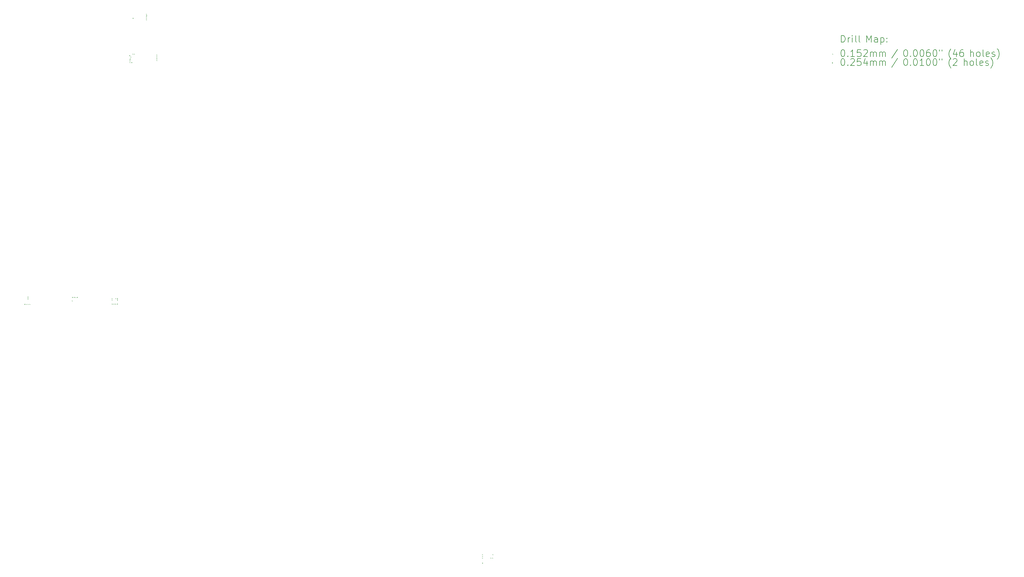
<source format=gbr>
%TF.GenerationSoftware,KiCad,Pcbnew,(7.0.0)*%
%TF.CreationDate,2023-03-06T14:49:50-05:00*%
%TF.ProjectId,FPGAs-Ard_RPi_BB,46504741-732d-4417-9264-5f5250695f42,rev?*%
%TF.SameCoordinates,Original*%
%TF.FileFunction,Drillmap*%
%TF.FilePolarity,Positive*%
%FSLAX45Y45*%
G04 Gerber Fmt 4.5, Leading zero omitted, Abs format (unit mm)*
G04 Created by KiCad (PCBNEW (7.0.0)) date 2023-03-06 14:49:50*
%MOMM*%
%LPD*%
G01*
G04 APERTURE LIST*
%ADD10C,0.200000*%
%ADD11C,0.015240*%
%ADD12C,0.025400*%
G04 APERTURE END LIST*
D10*
D11*
X15590520Y-12804140D02*
X15605760Y-12819380D01*
X15605760Y-12804140D02*
X15590520Y-12819380D01*
X15638780Y-12804140D02*
X15654020Y-12819380D01*
X15654020Y-12804140D02*
X15638780Y-12819380D01*
X15689580Y-12804140D02*
X15704820Y-12819380D01*
X15704820Y-12804140D02*
X15689580Y-12819380D01*
X15740380Y-12804140D02*
X15755620Y-12819380D01*
X15755620Y-12804140D02*
X15740380Y-12819380D01*
X16984980Y-12702540D02*
X17000220Y-12717780D01*
X17000220Y-12702540D02*
X16984980Y-12717780D01*
X16987520Y-12600940D02*
X17002760Y-12616180D01*
X17002760Y-12600940D02*
X16987520Y-12616180D01*
X17038320Y-12600940D02*
X17053560Y-12616180D01*
X17053560Y-12600940D02*
X17038320Y-12616180D01*
X17084040Y-12600940D02*
X17099280Y-12616180D01*
X17099280Y-12600940D02*
X17084040Y-12616180D01*
X17132300Y-12600940D02*
X17147540Y-12616180D01*
X17147540Y-12600940D02*
X17132300Y-12616180D01*
X18150840Y-12636500D02*
X18166080Y-12651740D01*
X18166080Y-12636500D02*
X18150840Y-12651740D01*
X18150840Y-12677140D02*
X18166080Y-12692380D01*
X18166080Y-12677140D02*
X18150840Y-12692380D01*
X18150840Y-12796520D02*
X18166080Y-12811760D01*
X18166080Y-12796520D02*
X18150840Y-12811760D01*
X18188940Y-12796520D02*
X18204180Y-12811760D01*
X18204180Y-12796520D02*
X18188940Y-12811760D01*
X18227040Y-12796520D02*
X18242280Y-12811760D01*
X18242280Y-12796520D02*
X18227040Y-12811760D01*
X18265140Y-12636500D02*
X18280380Y-12651740D01*
X18280380Y-12636500D02*
X18265140Y-12651740D01*
X18265140Y-12796520D02*
X18280380Y-12811760D01*
X18280380Y-12796520D02*
X18265140Y-12811760D01*
X18308320Y-12636500D02*
X18323560Y-12651740D01*
X18323560Y-12636500D02*
X18308320Y-12651740D01*
X18308320Y-12677140D02*
X18323560Y-12692380D01*
X18323560Y-12677140D02*
X18308320Y-12692380D01*
X18308320Y-12796520D02*
X18323560Y-12811760D01*
X18323560Y-12796520D02*
X18308320Y-12811760D01*
X18671540Y-5511800D02*
X18686780Y-5527040D01*
X18686780Y-5511800D02*
X18671540Y-5527040D01*
X18674080Y-5631180D02*
X18689320Y-5646420D01*
X18689320Y-5631180D02*
X18674080Y-5646420D01*
X18674080Y-5669280D02*
X18689320Y-5684520D01*
X18689320Y-5669280D02*
X18674080Y-5684520D01*
X18674080Y-5709920D02*
X18689320Y-5725160D01*
X18689320Y-5709920D02*
X18674080Y-5725160D01*
X18684240Y-5590540D02*
X18699480Y-5605780D01*
X18699480Y-5590540D02*
X18684240Y-5605780D01*
X18699480Y-5552440D02*
X18714720Y-5567680D01*
X18714720Y-5552440D02*
X18699480Y-5567680D01*
X18724880Y-5715000D02*
X18740120Y-5730240D01*
X18740120Y-5715000D02*
X18724880Y-5730240D01*
X18762980Y-5463540D02*
X18778220Y-5478780D01*
X18778220Y-5463540D02*
X18762980Y-5478780D01*
X18765520Y-4417060D02*
X18780760Y-4432300D01*
X18780760Y-4417060D02*
X18765520Y-4432300D01*
X18803620Y-5466080D02*
X18818860Y-5481320D01*
X18818860Y-5466080D02*
X18803620Y-5481320D01*
X19161760Y-4295140D02*
X19177000Y-4310380D01*
X19177000Y-4295140D02*
X19161760Y-4310380D01*
X19161760Y-4376420D02*
X19177000Y-4391660D01*
X19177000Y-4376420D02*
X19161760Y-4391660D01*
X19161760Y-4417060D02*
X19177000Y-4432300D01*
X19177000Y-4417060D02*
X19161760Y-4432300D01*
X19161760Y-4455160D02*
X19177000Y-4470400D01*
X19177000Y-4455160D02*
X19161760Y-4470400D01*
X19164300Y-4338320D02*
X19179540Y-4353560D01*
X19179540Y-4338320D02*
X19164300Y-4353560D01*
X19461480Y-5488940D02*
X19476720Y-5504180D01*
X19476720Y-5488940D02*
X19461480Y-5504180D01*
X19461480Y-5651500D02*
X19476720Y-5666740D01*
X19476720Y-5651500D02*
X19461480Y-5666740D01*
X19464020Y-5532120D02*
X19479260Y-5547360D01*
X19479260Y-5532120D02*
X19464020Y-5547360D01*
X19464020Y-5572760D02*
X19479260Y-5588000D01*
X19479260Y-5572760D02*
X19464020Y-5588000D01*
X19464020Y-5610860D02*
X19479260Y-5626100D01*
X19479260Y-5610860D02*
X19464020Y-5626100D01*
X29014420Y-20198080D02*
X29029660Y-20213320D01*
X29029660Y-20198080D02*
X29014420Y-20213320D01*
X29014420Y-20248880D02*
X29029660Y-20264120D01*
X29029660Y-20248880D02*
X29014420Y-20264120D01*
X29014420Y-20396200D02*
X29029660Y-20411440D01*
X29029660Y-20396200D02*
X29014420Y-20411440D01*
X29016960Y-20147280D02*
X29032200Y-20162520D01*
X29032200Y-20147280D02*
X29016960Y-20162520D01*
X29263340Y-20246340D02*
X29278580Y-20261580D01*
X29278580Y-20246340D02*
X29263340Y-20261580D01*
X29314140Y-20246340D02*
X29329380Y-20261580D01*
X29329380Y-20246340D02*
X29314140Y-20261580D01*
X29316680Y-20144740D02*
X29331920Y-20159980D01*
X29331920Y-20144740D02*
X29316680Y-20159980D01*
D12*
X15709900Y-12608560D02*
G75*
G03*
X15709900Y-12608560I-12700J0D01*
G01*
X15709900Y-12659360D02*
G75*
G03*
X15709900Y-12659360I-12700J0D01*
G01*
D10*
X39547219Y-5127736D02*
X39547219Y-4927736D01*
X39547219Y-4927736D02*
X39594838Y-4927736D01*
X39594838Y-4927736D02*
X39623410Y-4937260D01*
X39623410Y-4937260D02*
X39642457Y-4956308D01*
X39642457Y-4956308D02*
X39651981Y-4975355D01*
X39651981Y-4975355D02*
X39661505Y-5013450D01*
X39661505Y-5013450D02*
X39661505Y-5042022D01*
X39661505Y-5042022D02*
X39651981Y-5080117D01*
X39651981Y-5080117D02*
X39642457Y-5099165D01*
X39642457Y-5099165D02*
X39623410Y-5118212D01*
X39623410Y-5118212D02*
X39594838Y-5127736D01*
X39594838Y-5127736D02*
X39547219Y-5127736D01*
X39747219Y-5127736D02*
X39747219Y-4994403D01*
X39747219Y-5032498D02*
X39756743Y-5013450D01*
X39756743Y-5013450D02*
X39766267Y-5003927D01*
X39766267Y-5003927D02*
X39785314Y-4994403D01*
X39785314Y-4994403D02*
X39804362Y-4994403D01*
X39871029Y-5127736D02*
X39871029Y-4994403D01*
X39871029Y-4927736D02*
X39861505Y-4937260D01*
X39861505Y-4937260D02*
X39871029Y-4946784D01*
X39871029Y-4946784D02*
X39880552Y-4937260D01*
X39880552Y-4937260D02*
X39871029Y-4927736D01*
X39871029Y-4927736D02*
X39871029Y-4946784D01*
X39994838Y-5127736D02*
X39975790Y-5118212D01*
X39975790Y-5118212D02*
X39966267Y-5099165D01*
X39966267Y-5099165D02*
X39966267Y-4927736D01*
X40099600Y-5127736D02*
X40080552Y-5118212D01*
X40080552Y-5118212D02*
X40071029Y-5099165D01*
X40071029Y-5099165D02*
X40071029Y-4927736D01*
X40295790Y-5127736D02*
X40295790Y-4927736D01*
X40295790Y-4927736D02*
X40362457Y-5070593D01*
X40362457Y-5070593D02*
X40429124Y-4927736D01*
X40429124Y-4927736D02*
X40429124Y-5127736D01*
X40610076Y-5127736D02*
X40610076Y-5022974D01*
X40610076Y-5022974D02*
X40600552Y-5003927D01*
X40600552Y-5003927D02*
X40581505Y-4994403D01*
X40581505Y-4994403D02*
X40543409Y-4994403D01*
X40543409Y-4994403D02*
X40524362Y-5003927D01*
X40610076Y-5118212D02*
X40591029Y-5127736D01*
X40591029Y-5127736D02*
X40543409Y-5127736D01*
X40543409Y-5127736D02*
X40524362Y-5118212D01*
X40524362Y-5118212D02*
X40514838Y-5099165D01*
X40514838Y-5099165D02*
X40514838Y-5080117D01*
X40514838Y-5080117D02*
X40524362Y-5061070D01*
X40524362Y-5061070D02*
X40543409Y-5051546D01*
X40543409Y-5051546D02*
X40591029Y-5051546D01*
X40591029Y-5051546D02*
X40610076Y-5042022D01*
X40705314Y-4994403D02*
X40705314Y-5194403D01*
X40705314Y-5003927D02*
X40724362Y-4994403D01*
X40724362Y-4994403D02*
X40762457Y-4994403D01*
X40762457Y-4994403D02*
X40781505Y-5003927D01*
X40781505Y-5003927D02*
X40791029Y-5013450D01*
X40791029Y-5013450D02*
X40800552Y-5032498D01*
X40800552Y-5032498D02*
X40800552Y-5089641D01*
X40800552Y-5089641D02*
X40791029Y-5108689D01*
X40791029Y-5108689D02*
X40781505Y-5118212D01*
X40781505Y-5118212D02*
X40762457Y-5127736D01*
X40762457Y-5127736D02*
X40724362Y-5127736D01*
X40724362Y-5127736D02*
X40705314Y-5118212D01*
X40886267Y-5108689D02*
X40895790Y-5118212D01*
X40895790Y-5118212D02*
X40886267Y-5127736D01*
X40886267Y-5127736D02*
X40876743Y-5118212D01*
X40876743Y-5118212D02*
X40886267Y-5108689D01*
X40886267Y-5108689D02*
X40886267Y-5127736D01*
X40886267Y-5003927D02*
X40895790Y-5013450D01*
X40895790Y-5013450D02*
X40886267Y-5022974D01*
X40886267Y-5022974D02*
X40876743Y-5013450D01*
X40876743Y-5013450D02*
X40886267Y-5003927D01*
X40886267Y-5003927D02*
X40886267Y-5022974D01*
D11*
X39284360Y-5466640D02*
X39299600Y-5481880D01*
X39299600Y-5466640D02*
X39284360Y-5481880D01*
D10*
X39585314Y-5347736D02*
X39604362Y-5347736D01*
X39604362Y-5347736D02*
X39623410Y-5357260D01*
X39623410Y-5357260D02*
X39632933Y-5366784D01*
X39632933Y-5366784D02*
X39642457Y-5385831D01*
X39642457Y-5385831D02*
X39651981Y-5423927D01*
X39651981Y-5423927D02*
X39651981Y-5471546D01*
X39651981Y-5471546D02*
X39642457Y-5509641D01*
X39642457Y-5509641D02*
X39632933Y-5528689D01*
X39632933Y-5528689D02*
X39623410Y-5538212D01*
X39623410Y-5538212D02*
X39604362Y-5547736D01*
X39604362Y-5547736D02*
X39585314Y-5547736D01*
X39585314Y-5547736D02*
X39566267Y-5538212D01*
X39566267Y-5538212D02*
X39556743Y-5528689D01*
X39556743Y-5528689D02*
X39547219Y-5509641D01*
X39547219Y-5509641D02*
X39537695Y-5471546D01*
X39537695Y-5471546D02*
X39537695Y-5423927D01*
X39537695Y-5423927D02*
X39547219Y-5385831D01*
X39547219Y-5385831D02*
X39556743Y-5366784D01*
X39556743Y-5366784D02*
X39566267Y-5357260D01*
X39566267Y-5357260D02*
X39585314Y-5347736D01*
X39737695Y-5528689D02*
X39747219Y-5538212D01*
X39747219Y-5538212D02*
X39737695Y-5547736D01*
X39737695Y-5547736D02*
X39728171Y-5538212D01*
X39728171Y-5538212D02*
X39737695Y-5528689D01*
X39737695Y-5528689D02*
X39737695Y-5547736D01*
X39937695Y-5547736D02*
X39823410Y-5547736D01*
X39880552Y-5547736D02*
X39880552Y-5347736D01*
X39880552Y-5347736D02*
X39861505Y-5376308D01*
X39861505Y-5376308D02*
X39842457Y-5395355D01*
X39842457Y-5395355D02*
X39823410Y-5404879D01*
X40118648Y-5347736D02*
X40023410Y-5347736D01*
X40023410Y-5347736D02*
X40013886Y-5442974D01*
X40013886Y-5442974D02*
X40023410Y-5433450D01*
X40023410Y-5433450D02*
X40042457Y-5423927D01*
X40042457Y-5423927D02*
X40090076Y-5423927D01*
X40090076Y-5423927D02*
X40109124Y-5433450D01*
X40109124Y-5433450D02*
X40118648Y-5442974D01*
X40118648Y-5442974D02*
X40128171Y-5462022D01*
X40128171Y-5462022D02*
X40128171Y-5509641D01*
X40128171Y-5509641D02*
X40118648Y-5528689D01*
X40118648Y-5528689D02*
X40109124Y-5538212D01*
X40109124Y-5538212D02*
X40090076Y-5547736D01*
X40090076Y-5547736D02*
X40042457Y-5547736D01*
X40042457Y-5547736D02*
X40023410Y-5538212D01*
X40023410Y-5538212D02*
X40013886Y-5528689D01*
X40204362Y-5366784D02*
X40213886Y-5357260D01*
X40213886Y-5357260D02*
X40232933Y-5347736D01*
X40232933Y-5347736D02*
X40280552Y-5347736D01*
X40280552Y-5347736D02*
X40299600Y-5357260D01*
X40299600Y-5357260D02*
X40309124Y-5366784D01*
X40309124Y-5366784D02*
X40318648Y-5385831D01*
X40318648Y-5385831D02*
X40318648Y-5404879D01*
X40318648Y-5404879D02*
X40309124Y-5433450D01*
X40309124Y-5433450D02*
X40194838Y-5547736D01*
X40194838Y-5547736D02*
X40318648Y-5547736D01*
X40404362Y-5547736D02*
X40404362Y-5414403D01*
X40404362Y-5433450D02*
X40413886Y-5423927D01*
X40413886Y-5423927D02*
X40432933Y-5414403D01*
X40432933Y-5414403D02*
X40461505Y-5414403D01*
X40461505Y-5414403D02*
X40480552Y-5423927D01*
X40480552Y-5423927D02*
X40490076Y-5442974D01*
X40490076Y-5442974D02*
X40490076Y-5547736D01*
X40490076Y-5442974D02*
X40499600Y-5423927D01*
X40499600Y-5423927D02*
X40518648Y-5414403D01*
X40518648Y-5414403D02*
X40547219Y-5414403D01*
X40547219Y-5414403D02*
X40566267Y-5423927D01*
X40566267Y-5423927D02*
X40575791Y-5442974D01*
X40575791Y-5442974D02*
X40575791Y-5547736D01*
X40671029Y-5547736D02*
X40671029Y-5414403D01*
X40671029Y-5433450D02*
X40680552Y-5423927D01*
X40680552Y-5423927D02*
X40699600Y-5414403D01*
X40699600Y-5414403D02*
X40728172Y-5414403D01*
X40728172Y-5414403D02*
X40747219Y-5423927D01*
X40747219Y-5423927D02*
X40756743Y-5442974D01*
X40756743Y-5442974D02*
X40756743Y-5547736D01*
X40756743Y-5442974D02*
X40766267Y-5423927D01*
X40766267Y-5423927D02*
X40785314Y-5414403D01*
X40785314Y-5414403D02*
X40813886Y-5414403D01*
X40813886Y-5414403D02*
X40832933Y-5423927D01*
X40832933Y-5423927D02*
X40842457Y-5442974D01*
X40842457Y-5442974D02*
X40842457Y-5547736D01*
X41200552Y-5338212D02*
X41029124Y-5595355D01*
X41425314Y-5347736D02*
X41444362Y-5347736D01*
X41444362Y-5347736D02*
X41463410Y-5357260D01*
X41463410Y-5357260D02*
X41472933Y-5366784D01*
X41472933Y-5366784D02*
X41482457Y-5385831D01*
X41482457Y-5385831D02*
X41491981Y-5423927D01*
X41491981Y-5423927D02*
X41491981Y-5471546D01*
X41491981Y-5471546D02*
X41482457Y-5509641D01*
X41482457Y-5509641D02*
X41472933Y-5528689D01*
X41472933Y-5528689D02*
X41463410Y-5538212D01*
X41463410Y-5538212D02*
X41444362Y-5547736D01*
X41444362Y-5547736D02*
X41425314Y-5547736D01*
X41425314Y-5547736D02*
X41406267Y-5538212D01*
X41406267Y-5538212D02*
X41396743Y-5528689D01*
X41396743Y-5528689D02*
X41387219Y-5509641D01*
X41387219Y-5509641D02*
X41377695Y-5471546D01*
X41377695Y-5471546D02*
X41377695Y-5423927D01*
X41377695Y-5423927D02*
X41387219Y-5385831D01*
X41387219Y-5385831D02*
X41396743Y-5366784D01*
X41396743Y-5366784D02*
X41406267Y-5357260D01*
X41406267Y-5357260D02*
X41425314Y-5347736D01*
X41577695Y-5528689D02*
X41587219Y-5538212D01*
X41587219Y-5538212D02*
X41577695Y-5547736D01*
X41577695Y-5547736D02*
X41568172Y-5538212D01*
X41568172Y-5538212D02*
X41577695Y-5528689D01*
X41577695Y-5528689D02*
X41577695Y-5547736D01*
X41711029Y-5347736D02*
X41730076Y-5347736D01*
X41730076Y-5347736D02*
X41749124Y-5357260D01*
X41749124Y-5357260D02*
X41758648Y-5366784D01*
X41758648Y-5366784D02*
X41768172Y-5385831D01*
X41768172Y-5385831D02*
X41777695Y-5423927D01*
X41777695Y-5423927D02*
X41777695Y-5471546D01*
X41777695Y-5471546D02*
X41768172Y-5509641D01*
X41768172Y-5509641D02*
X41758648Y-5528689D01*
X41758648Y-5528689D02*
X41749124Y-5538212D01*
X41749124Y-5538212D02*
X41730076Y-5547736D01*
X41730076Y-5547736D02*
X41711029Y-5547736D01*
X41711029Y-5547736D02*
X41691981Y-5538212D01*
X41691981Y-5538212D02*
X41682457Y-5528689D01*
X41682457Y-5528689D02*
X41672933Y-5509641D01*
X41672933Y-5509641D02*
X41663410Y-5471546D01*
X41663410Y-5471546D02*
X41663410Y-5423927D01*
X41663410Y-5423927D02*
X41672933Y-5385831D01*
X41672933Y-5385831D02*
X41682457Y-5366784D01*
X41682457Y-5366784D02*
X41691981Y-5357260D01*
X41691981Y-5357260D02*
X41711029Y-5347736D01*
X41901505Y-5347736D02*
X41920553Y-5347736D01*
X41920553Y-5347736D02*
X41939600Y-5357260D01*
X41939600Y-5357260D02*
X41949124Y-5366784D01*
X41949124Y-5366784D02*
X41958648Y-5385831D01*
X41958648Y-5385831D02*
X41968172Y-5423927D01*
X41968172Y-5423927D02*
X41968172Y-5471546D01*
X41968172Y-5471546D02*
X41958648Y-5509641D01*
X41958648Y-5509641D02*
X41949124Y-5528689D01*
X41949124Y-5528689D02*
X41939600Y-5538212D01*
X41939600Y-5538212D02*
X41920553Y-5547736D01*
X41920553Y-5547736D02*
X41901505Y-5547736D01*
X41901505Y-5547736D02*
X41882457Y-5538212D01*
X41882457Y-5538212D02*
X41872933Y-5528689D01*
X41872933Y-5528689D02*
X41863410Y-5509641D01*
X41863410Y-5509641D02*
X41853886Y-5471546D01*
X41853886Y-5471546D02*
X41853886Y-5423927D01*
X41853886Y-5423927D02*
X41863410Y-5385831D01*
X41863410Y-5385831D02*
X41872933Y-5366784D01*
X41872933Y-5366784D02*
X41882457Y-5357260D01*
X41882457Y-5357260D02*
X41901505Y-5347736D01*
X42139600Y-5347736D02*
X42101505Y-5347736D01*
X42101505Y-5347736D02*
X42082457Y-5357260D01*
X42082457Y-5357260D02*
X42072933Y-5366784D01*
X42072933Y-5366784D02*
X42053886Y-5395355D01*
X42053886Y-5395355D02*
X42044362Y-5433450D01*
X42044362Y-5433450D02*
X42044362Y-5509641D01*
X42044362Y-5509641D02*
X42053886Y-5528689D01*
X42053886Y-5528689D02*
X42063410Y-5538212D01*
X42063410Y-5538212D02*
X42082457Y-5547736D01*
X42082457Y-5547736D02*
X42120553Y-5547736D01*
X42120553Y-5547736D02*
X42139600Y-5538212D01*
X42139600Y-5538212D02*
X42149124Y-5528689D01*
X42149124Y-5528689D02*
X42158648Y-5509641D01*
X42158648Y-5509641D02*
X42158648Y-5462022D01*
X42158648Y-5462022D02*
X42149124Y-5442974D01*
X42149124Y-5442974D02*
X42139600Y-5433450D01*
X42139600Y-5433450D02*
X42120553Y-5423927D01*
X42120553Y-5423927D02*
X42082457Y-5423927D01*
X42082457Y-5423927D02*
X42063410Y-5433450D01*
X42063410Y-5433450D02*
X42053886Y-5442974D01*
X42053886Y-5442974D02*
X42044362Y-5462022D01*
X42282457Y-5347736D02*
X42301505Y-5347736D01*
X42301505Y-5347736D02*
X42320553Y-5357260D01*
X42320553Y-5357260D02*
X42330076Y-5366784D01*
X42330076Y-5366784D02*
X42339600Y-5385831D01*
X42339600Y-5385831D02*
X42349124Y-5423927D01*
X42349124Y-5423927D02*
X42349124Y-5471546D01*
X42349124Y-5471546D02*
X42339600Y-5509641D01*
X42339600Y-5509641D02*
X42330076Y-5528689D01*
X42330076Y-5528689D02*
X42320553Y-5538212D01*
X42320553Y-5538212D02*
X42301505Y-5547736D01*
X42301505Y-5547736D02*
X42282457Y-5547736D01*
X42282457Y-5547736D02*
X42263410Y-5538212D01*
X42263410Y-5538212D02*
X42253886Y-5528689D01*
X42253886Y-5528689D02*
X42244362Y-5509641D01*
X42244362Y-5509641D02*
X42234838Y-5471546D01*
X42234838Y-5471546D02*
X42234838Y-5423927D01*
X42234838Y-5423927D02*
X42244362Y-5385831D01*
X42244362Y-5385831D02*
X42253886Y-5366784D01*
X42253886Y-5366784D02*
X42263410Y-5357260D01*
X42263410Y-5357260D02*
X42282457Y-5347736D01*
X42425314Y-5347736D02*
X42425314Y-5385831D01*
X42501505Y-5347736D02*
X42501505Y-5385831D01*
X42764362Y-5623927D02*
X42754838Y-5614403D01*
X42754838Y-5614403D02*
X42735791Y-5585831D01*
X42735791Y-5585831D02*
X42726267Y-5566784D01*
X42726267Y-5566784D02*
X42716743Y-5538212D01*
X42716743Y-5538212D02*
X42707219Y-5490593D01*
X42707219Y-5490593D02*
X42707219Y-5452498D01*
X42707219Y-5452498D02*
X42716743Y-5404879D01*
X42716743Y-5404879D02*
X42726267Y-5376308D01*
X42726267Y-5376308D02*
X42735791Y-5357260D01*
X42735791Y-5357260D02*
X42754838Y-5328689D01*
X42754838Y-5328689D02*
X42764362Y-5319165D01*
X42926267Y-5414403D02*
X42926267Y-5547736D01*
X42878648Y-5338212D02*
X42831029Y-5481070D01*
X42831029Y-5481070D02*
X42954838Y-5481070D01*
X43116743Y-5347736D02*
X43078648Y-5347736D01*
X43078648Y-5347736D02*
X43059600Y-5357260D01*
X43059600Y-5357260D02*
X43050076Y-5366784D01*
X43050076Y-5366784D02*
X43031029Y-5395355D01*
X43031029Y-5395355D02*
X43021505Y-5433450D01*
X43021505Y-5433450D02*
X43021505Y-5509641D01*
X43021505Y-5509641D02*
X43031029Y-5528689D01*
X43031029Y-5528689D02*
X43040553Y-5538212D01*
X43040553Y-5538212D02*
X43059600Y-5547736D01*
X43059600Y-5547736D02*
X43097695Y-5547736D01*
X43097695Y-5547736D02*
X43116743Y-5538212D01*
X43116743Y-5538212D02*
X43126267Y-5528689D01*
X43126267Y-5528689D02*
X43135791Y-5509641D01*
X43135791Y-5509641D02*
X43135791Y-5462022D01*
X43135791Y-5462022D02*
X43126267Y-5442974D01*
X43126267Y-5442974D02*
X43116743Y-5433450D01*
X43116743Y-5433450D02*
X43097695Y-5423927D01*
X43097695Y-5423927D02*
X43059600Y-5423927D01*
X43059600Y-5423927D02*
X43040553Y-5433450D01*
X43040553Y-5433450D02*
X43031029Y-5442974D01*
X43031029Y-5442974D02*
X43021505Y-5462022D01*
X43341505Y-5547736D02*
X43341505Y-5347736D01*
X43427219Y-5547736D02*
X43427219Y-5442974D01*
X43427219Y-5442974D02*
X43417695Y-5423927D01*
X43417695Y-5423927D02*
X43398648Y-5414403D01*
X43398648Y-5414403D02*
X43370076Y-5414403D01*
X43370076Y-5414403D02*
X43351029Y-5423927D01*
X43351029Y-5423927D02*
X43341505Y-5433450D01*
X43551029Y-5547736D02*
X43531981Y-5538212D01*
X43531981Y-5538212D02*
X43522457Y-5528689D01*
X43522457Y-5528689D02*
X43512934Y-5509641D01*
X43512934Y-5509641D02*
X43512934Y-5452498D01*
X43512934Y-5452498D02*
X43522457Y-5433450D01*
X43522457Y-5433450D02*
X43531981Y-5423927D01*
X43531981Y-5423927D02*
X43551029Y-5414403D01*
X43551029Y-5414403D02*
X43579600Y-5414403D01*
X43579600Y-5414403D02*
X43598648Y-5423927D01*
X43598648Y-5423927D02*
X43608172Y-5433450D01*
X43608172Y-5433450D02*
X43617695Y-5452498D01*
X43617695Y-5452498D02*
X43617695Y-5509641D01*
X43617695Y-5509641D02*
X43608172Y-5528689D01*
X43608172Y-5528689D02*
X43598648Y-5538212D01*
X43598648Y-5538212D02*
X43579600Y-5547736D01*
X43579600Y-5547736D02*
X43551029Y-5547736D01*
X43731981Y-5547736D02*
X43712934Y-5538212D01*
X43712934Y-5538212D02*
X43703410Y-5519165D01*
X43703410Y-5519165D02*
X43703410Y-5347736D01*
X43884362Y-5538212D02*
X43865315Y-5547736D01*
X43865315Y-5547736D02*
X43827219Y-5547736D01*
X43827219Y-5547736D02*
X43808172Y-5538212D01*
X43808172Y-5538212D02*
X43798648Y-5519165D01*
X43798648Y-5519165D02*
X43798648Y-5442974D01*
X43798648Y-5442974D02*
X43808172Y-5423927D01*
X43808172Y-5423927D02*
X43827219Y-5414403D01*
X43827219Y-5414403D02*
X43865315Y-5414403D01*
X43865315Y-5414403D02*
X43884362Y-5423927D01*
X43884362Y-5423927D02*
X43893886Y-5442974D01*
X43893886Y-5442974D02*
X43893886Y-5462022D01*
X43893886Y-5462022D02*
X43798648Y-5481070D01*
X43970076Y-5538212D02*
X43989124Y-5547736D01*
X43989124Y-5547736D02*
X44027219Y-5547736D01*
X44027219Y-5547736D02*
X44046267Y-5538212D01*
X44046267Y-5538212D02*
X44055791Y-5519165D01*
X44055791Y-5519165D02*
X44055791Y-5509641D01*
X44055791Y-5509641D02*
X44046267Y-5490593D01*
X44046267Y-5490593D02*
X44027219Y-5481070D01*
X44027219Y-5481070D02*
X43998648Y-5481070D01*
X43998648Y-5481070D02*
X43979600Y-5471546D01*
X43979600Y-5471546D02*
X43970076Y-5452498D01*
X43970076Y-5452498D02*
X43970076Y-5442974D01*
X43970076Y-5442974D02*
X43979600Y-5423927D01*
X43979600Y-5423927D02*
X43998648Y-5414403D01*
X43998648Y-5414403D02*
X44027219Y-5414403D01*
X44027219Y-5414403D02*
X44046267Y-5423927D01*
X44122457Y-5623927D02*
X44131981Y-5614403D01*
X44131981Y-5614403D02*
X44151029Y-5585831D01*
X44151029Y-5585831D02*
X44160553Y-5566784D01*
X44160553Y-5566784D02*
X44170076Y-5538212D01*
X44170076Y-5538212D02*
X44179600Y-5490593D01*
X44179600Y-5490593D02*
X44179600Y-5452498D01*
X44179600Y-5452498D02*
X44170076Y-5404879D01*
X44170076Y-5404879D02*
X44160553Y-5376308D01*
X44160553Y-5376308D02*
X44151029Y-5357260D01*
X44151029Y-5357260D02*
X44131981Y-5328689D01*
X44131981Y-5328689D02*
X44122457Y-5319165D01*
D12*
X39299600Y-5738260D02*
G75*
G03*
X39299600Y-5738260I-12700J0D01*
G01*
D10*
X39585314Y-5611736D02*
X39604362Y-5611736D01*
X39604362Y-5611736D02*
X39623410Y-5621260D01*
X39623410Y-5621260D02*
X39632933Y-5630784D01*
X39632933Y-5630784D02*
X39642457Y-5649831D01*
X39642457Y-5649831D02*
X39651981Y-5687927D01*
X39651981Y-5687927D02*
X39651981Y-5735546D01*
X39651981Y-5735546D02*
X39642457Y-5773641D01*
X39642457Y-5773641D02*
X39632933Y-5792688D01*
X39632933Y-5792688D02*
X39623410Y-5802212D01*
X39623410Y-5802212D02*
X39604362Y-5811736D01*
X39604362Y-5811736D02*
X39585314Y-5811736D01*
X39585314Y-5811736D02*
X39566267Y-5802212D01*
X39566267Y-5802212D02*
X39556743Y-5792688D01*
X39556743Y-5792688D02*
X39547219Y-5773641D01*
X39547219Y-5773641D02*
X39537695Y-5735546D01*
X39537695Y-5735546D02*
X39537695Y-5687927D01*
X39537695Y-5687927D02*
X39547219Y-5649831D01*
X39547219Y-5649831D02*
X39556743Y-5630784D01*
X39556743Y-5630784D02*
X39566267Y-5621260D01*
X39566267Y-5621260D02*
X39585314Y-5611736D01*
X39737695Y-5792688D02*
X39747219Y-5802212D01*
X39747219Y-5802212D02*
X39737695Y-5811736D01*
X39737695Y-5811736D02*
X39728171Y-5802212D01*
X39728171Y-5802212D02*
X39737695Y-5792688D01*
X39737695Y-5792688D02*
X39737695Y-5811736D01*
X39823410Y-5630784D02*
X39832933Y-5621260D01*
X39832933Y-5621260D02*
X39851981Y-5611736D01*
X39851981Y-5611736D02*
X39899600Y-5611736D01*
X39899600Y-5611736D02*
X39918648Y-5621260D01*
X39918648Y-5621260D02*
X39928171Y-5630784D01*
X39928171Y-5630784D02*
X39937695Y-5649831D01*
X39937695Y-5649831D02*
X39937695Y-5668879D01*
X39937695Y-5668879D02*
X39928171Y-5697450D01*
X39928171Y-5697450D02*
X39813886Y-5811736D01*
X39813886Y-5811736D02*
X39937695Y-5811736D01*
X40118648Y-5611736D02*
X40023410Y-5611736D01*
X40023410Y-5611736D02*
X40013886Y-5706974D01*
X40013886Y-5706974D02*
X40023410Y-5697450D01*
X40023410Y-5697450D02*
X40042457Y-5687927D01*
X40042457Y-5687927D02*
X40090076Y-5687927D01*
X40090076Y-5687927D02*
X40109124Y-5697450D01*
X40109124Y-5697450D02*
X40118648Y-5706974D01*
X40118648Y-5706974D02*
X40128171Y-5726022D01*
X40128171Y-5726022D02*
X40128171Y-5773641D01*
X40128171Y-5773641D02*
X40118648Y-5792688D01*
X40118648Y-5792688D02*
X40109124Y-5802212D01*
X40109124Y-5802212D02*
X40090076Y-5811736D01*
X40090076Y-5811736D02*
X40042457Y-5811736D01*
X40042457Y-5811736D02*
X40023410Y-5802212D01*
X40023410Y-5802212D02*
X40013886Y-5792688D01*
X40299600Y-5678403D02*
X40299600Y-5811736D01*
X40251981Y-5602212D02*
X40204362Y-5745069D01*
X40204362Y-5745069D02*
X40328171Y-5745069D01*
X40404362Y-5811736D02*
X40404362Y-5678403D01*
X40404362Y-5697450D02*
X40413886Y-5687927D01*
X40413886Y-5687927D02*
X40432933Y-5678403D01*
X40432933Y-5678403D02*
X40461505Y-5678403D01*
X40461505Y-5678403D02*
X40480552Y-5687927D01*
X40480552Y-5687927D02*
X40490076Y-5706974D01*
X40490076Y-5706974D02*
X40490076Y-5811736D01*
X40490076Y-5706974D02*
X40499600Y-5687927D01*
X40499600Y-5687927D02*
X40518648Y-5678403D01*
X40518648Y-5678403D02*
X40547219Y-5678403D01*
X40547219Y-5678403D02*
X40566267Y-5687927D01*
X40566267Y-5687927D02*
X40575791Y-5706974D01*
X40575791Y-5706974D02*
X40575791Y-5811736D01*
X40671029Y-5811736D02*
X40671029Y-5678403D01*
X40671029Y-5697450D02*
X40680552Y-5687927D01*
X40680552Y-5687927D02*
X40699600Y-5678403D01*
X40699600Y-5678403D02*
X40728172Y-5678403D01*
X40728172Y-5678403D02*
X40747219Y-5687927D01*
X40747219Y-5687927D02*
X40756743Y-5706974D01*
X40756743Y-5706974D02*
X40756743Y-5811736D01*
X40756743Y-5706974D02*
X40766267Y-5687927D01*
X40766267Y-5687927D02*
X40785314Y-5678403D01*
X40785314Y-5678403D02*
X40813886Y-5678403D01*
X40813886Y-5678403D02*
X40832933Y-5687927D01*
X40832933Y-5687927D02*
X40842457Y-5706974D01*
X40842457Y-5706974D02*
X40842457Y-5811736D01*
X41200552Y-5602212D02*
X41029124Y-5859355D01*
X41425314Y-5611736D02*
X41444362Y-5611736D01*
X41444362Y-5611736D02*
X41463410Y-5621260D01*
X41463410Y-5621260D02*
X41472933Y-5630784D01*
X41472933Y-5630784D02*
X41482457Y-5649831D01*
X41482457Y-5649831D02*
X41491981Y-5687927D01*
X41491981Y-5687927D02*
X41491981Y-5735546D01*
X41491981Y-5735546D02*
X41482457Y-5773641D01*
X41482457Y-5773641D02*
X41472933Y-5792688D01*
X41472933Y-5792688D02*
X41463410Y-5802212D01*
X41463410Y-5802212D02*
X41444362Y-5811736D01*
X41444362Y-5811736D02*
X41425314Y-5811736D01*
X41425314Y-5811736D02*
X41406267Y-5802212D01*
X41406267Y-5802212D02*
X41396743Y-5792688D01*
X41396743Y-5792688D02*
X41387219Y-5773641D01*
X41387219Y-5773641D02*
X41377695Y-5735546D01*
X41377695Y-5735546D02*
X41377695Y-5687927D01*
X41377695Y-5687927D02*
X41387219Y-5649831D01*
X41387219Y-5649831D02*
X41396743Y-5630784D01*
X41396743Y-5630784D02*
X41406267Y-5621260D01*
X41406267Y-5621260D02*
X41425314Y-5611736D01*
X41577695Y-5792688D02*
X41587219Y-5802212D01*
X41587219Y-5802212D02*
X41577695Y-5811736D01*
X41577695Y-5811736D02*
X41568172Y-5802212D01*
X41568172Y-5802212D02*
X41577695Y-5792688D01*
X41577695Y-5792688D02*
X41577695Y-5811736D01*
X41711029Y-5611736D02*
X41730076Y-5611736D01*
X41730076Y-5611736D02*
X41749124Y-5621260D01*
X41749124Y-5621260D02*
X41758648Y-5630784D01*
X41758648Y-5630784D02*
X41768172Y-5649831D01*
X41768172Y-5649831D02*
X41777695Y-5687927D01*
X41777695Y-5687927D02*
X41777695Y-5735546D01*
X41777695Y-5735546D02*
X41768172Y-5773641D01*
X41768172Y-5773641D02*
X41758648Y-5792688D01*
X41758648Y-5792688D02*
X41749124Y-5802212D01*
X41749124Y-5802212D02*
X41730076Y-5811736D01*
X41730076Y-5811736D02*
X41711029Y-5811736D01*
X41711029Y-5811736D02*
X41691981Y-5802212D01*
X41691981Y-5802212D02*
X41682457Y-5792688D01*
X41682457Y-5792688D02*
X41672933Y-5773641D01*
X41672933Y-5773641D02*
X41663410Y-5735546D01*
X41663410Y-5735546D02*
X41663410Y-5687927D01*
X41663410Y-5687927D02*
X41672933Y-5649831D01*
X41672933Y-5649831D02*
X41682457Y-5630784D01*
X41682457Y-5630784D02*
X41691981Y-5621260D01*
X41691981Y-5621260D02*
X41711029Y-5611736D01*
X41968172Y-5811736D02*
X41853886Y-5811736D01*
X41911029Y-5811736D02*
X41911029Y-5611736D01*
X41911029Y-5611736D02*
X41891981Y-5640308D01*
X41891981Y-5640308D02*
X41872933Y-5659355D01*
X41872933Y-5659355D02*
X41853886Y-5668879D01*
X42091981Y-5611736D02*
X42111029Y-5611736D01*
X42111029Y-5611736D02*
X42130076Y-5621260D01*
X42130076Y-5621260D02*
X42139600Y-5630784D01*
X42139600Y-5630784D02*
X42149124Y-5649831D01*
X42149124Y-5649831D02*
X42158648Y-5687927D01*
X42158648Y-5687927D02*
X42158648Y-5735546D01*
X42158648Y-5735546D02*
X42149124Y-5773641D01*
X42149124Y-5773641D02*
X42139600Y-5792688D01*
X42139600Y-5792688D02*
X42130076Y-5802212D01*
X42130076Y-5802212D02*
X42111029Y-5811736D01*
X42111029Y-5811736D02*
X42091981Y-5811736D01*
X42091981Y-5811736D02*
X42072933Y-5802212D01*
X42072933Y-5802212D02*
X42063410Y-5792688D01*
X42063410Y-5792688D02*
X42053886Y-5773641D01*
X42053886Y-5773641D02*
X42044362Y-5735546D01*
X42044362Y-5735546D02*
X42044362Y-5687927D01*
X42044362Y-5687927D02*
X42053886Y-5649831D01*
X42053886Y-5649831D02*
X42063410Y-5630784D01*
X42063410Y-5630784D02*
X42072933Y-5621260D01*
X42072933Y-5621260D02*
X42091981Y-5611736D01*
X42282457Y-5611736D02*
X42301505Y-5611736D01*
X42301505Y-5611736D02*
X42320553Y-5621260D01*
X42320553Y-5621260D02*
X42330076Y-5630784D01*
X42330076Y-5630784D02*
X42339600Y-5649831D01*
X42339600Y-5649831D02*
X42349124Y-5687927D01*
X42349124Y-5687927D02*
X42349124Y-5735546D01*
X42349124Y-5735546D02*
X42339600Y-5773641D01*
X42339600Y-5773641D02*
X42330076Y-5792688D01*
X42330076Y-5792688D02*
X42320553Y-5802212D01*
X42320553Y-5802212D02*
X42301505Y-5811736D01*
X42301505Y-5811736D02*
X42282457Y-5811736D01*
X42282457Y-5811736D02*
X42263410Y-5802212D01*
X42263410Y-5802212D02*
X42253886Y-5792688D01*
X42253886Y-5792688D02*
X42244362Y-5773641D01*
X42244362Y-5773641D02*
X42234838Y-5735546D01*
X42234838Y-5735546D02*
X42234838Y-5687927D01*
X42234838Y-5687927D02*
X42244362Y-5649831D01*
X42244362Y-5649831D02*
X42253886Y-5630784D01*
X42253886Y-5630784D02*
X42263410Y-5621260D01*
X42263410Y-5621260D02*
X42282457Y-5611736D01*
X42425314Y-5611736D02*
X42425314Y-5649831D01*
X42501505Y-5611736D02*
X42501505Y-5649831D01*
X42764362Y-5887927D02*
X42754838Y-5878403D01*
X42754838Y-5878403D02*
X42735791Y-5849831D01*
X42735791Y-5849831D02*
X42726267Y-5830784D01*
X42726267Y-5830784D02*
X42716743Y-5802212D01*
X42716743Y-5802212D02*
X42707219Y-5754593D01*
X42707219Y-5754593D02*
X42707219Y-5716498D01*
X42707219Y-5716498D02*
X42716743Y-5668879D01*
X42716743Y-5668879D02*
X42726267Y-5640308D01*
X42726267Y-5640308D02*
X42735791Y-5621260D01*
X42735791Y-5621260D02*
X42754838Y-5592688D01*
X42754838Y-5592688D02*
X42764362Y-5583165D01*
X42831029Y-5630784D02*
X42840553Y-5621260D01*
X42840553Y-5621260D02*
X42859600Y-5611736D01*
X42859600Y-5611736D02*
X42907219Y-5611736D01*
X42907219Y-5611736D02*
X42926267Y-5621260D01*
X42926267Y-5621260D02*
X42935791Y-5630784D01*
X42935791Y-5630784D02*
X42945314Y-5649831D01*
X42945314Y-5649831D02*
X42945314Y-5668879D01*
X42945314Y-5668879D02*
X42935791Y-5697450D01*
X42935791Y-5697450D02*
X42821505Y-5811736D01*
X42821505Y-5811736D02*
X42945314Y-5811736D01*
X43151029Y-5811736D02*
X43151029Y-5611736D01*
X43236743Y-5811736D02*
X43236743Y-5706974D01*
X43236743Y-5706974D02*
X43227219Y-5687927D01*
X43227219Y-5687927D02*
X43208172Y-5678403D01*
X43208172Y-5678403D02*
X43179600Y-5678403D01*
X43179600Y-5678403D02*
X43160553Y-5687927D01*
X43160553Y-5687927D02*
X43151029Y-5697450D01*
X43360553Y-5811736D02*
X43341505Y-5802212D01*
X43341505Y-5802212D02*
X43331981Y-5792688D01*
X43331981Y-5792688D02*
X43322457Y-5773641D01*
X43322457Y-5773641D02*
X43322457Y-5716498D01*
X43322457Y-5716498D02*
X43331981Y-5697450D01*
X43331981Y-5697450D02*
X43341505Y-5687927D01*
X43341505Y-5687927D02*
X43360553Y-5678403D01*
X43360553Y-5678403D02*
X43389124Y-5678403D01*
X43389124Y-5678403D02*
X43408172Y-5687927D01*
X43408172Y-5687927D02*
X43417695Y-5697450D01*
X43417695Y-5697450D02*
X43427219Y-5716498D01*
X43427219Y-5716498D02*
X43427219Y-5773641D01*
X43427219Y-5773641D02*
X43417695Y-5792688D01*
X43417695Y-5792688D02*
X43408172Y-5802212D01*
X43408172Y-5802212D02*
X43389124Y-5811736D01*
X43389124Y-5811736D02*
X43360553Y-5811736D01*
X43541505Y-5811736D02*
X43522457Y-5802212D01*
X43522457Y-5802212D02*
X43512934Y-5783165D01*
X43512934Y-5783165D02*
X43512934Y-5611736D01*
X43693886Y-5802212D02*
X43674838Y-5811736D01*
X43674838Y-5811736D02*
X43636743Y-5811736D01*
X43636743Y-5811736D02*
X43617695Y-5802212D01*
X43617695Y-5802212D02*
X43608172Y-5783165D01*
X43608172Y-5783165D02*
X43608172Y-5706974D01*
X43608172Y-5706974D02*
X43617695Y-5687927D01*
X43617695Y-5687927D02*
X43636743Y-5678403D01*
X43636743Y-5678403D02*
X43674838Y-5678403D01*
X43674838Y-5678403D02*
X43693886Y-5687927D01*
X43693886Y-5687927D02*
X43703410Y-5706974D01*
X43703410Y-5706974D02*
X43703410Y-5726022D01*
X43703410Y-5726022D02*
X43608172Y-5745069D01*
X43779600Y-5802212D02*
X43798648Y-5811736D01*
X43798648Y-5811736D02*
X43836743Y-5811736D01*
X43836743Y-5811736D02*
X43855791Y-5802212D01*
X43855791Y-5802212D02*
X43865315Y-5783165D01*
X43865315Y-5783165D02*
X43865315Y-5773641D01*
X43865315Y-5773641D02*
X43855791Y-5754593D01*
X43855791Y-5754593D02*
X43836743Y-5745069D01*
X43836743Y-5745069D02*
X43808172Y-5745069D01*
X43808172Y-5745069D02*
X43789124Y-5735546D01*
X43789124Y-5735546D02*
X43779600Y-5716498D01*
X43779600Y-5716498D02*
X43779600Y-5706974D01*
X43779600Y-5706974D02*
X43789124Y-5687927D01*
X43789124Y-5687927D02*
X43808172Y-5678403D01*
X43808172Y-5678403D02*
X43836743Y-5678403D01*
X43836743Y-5678403D02*
X43855791Y-5687927D01*
X43931981Y-5887927D02*
X43941505Y-5878403D01*
X43941505Y-5878403D02*
X43960553Y-5849831D01*
X43960553Y-5849831D02*
X43970076Y-5830784D01*
X43970076Y-5830784D02*
X43979600Y-5802212D01*
X43979600Y-5802212D02*
X43989124Y-5754593D01*
X43989124Y-5754593D02*
X43989124Y-5716498D01*
X43989124Y-5716498D02*
X43979600Y-5668879D01*
X43979600Y-5668879D02*
X43970076Y-5640308D01*
X43970076Y-5640308D02*
X43960553Y-5621260D01*
X43960553Y-5621260D02*
X43941505Y-5592688D01*
X43941505Y-5592688D02*
X43931981Y-5583165D01*
M02*

</source>
